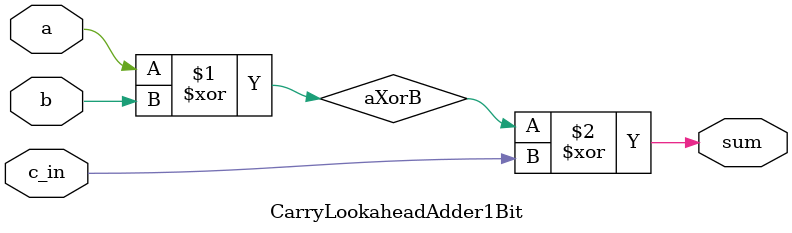
<source format=v>
module CarryLookaheadAdder1Bit(output sum, input a, b, input c_in);
	// base of 32-Bit cla (basic adder, not any logic)
	xor xor1(aXorB, a, b);
	xor xor2(sum, aXorB, c_in);
	
endmodule 

</source>
